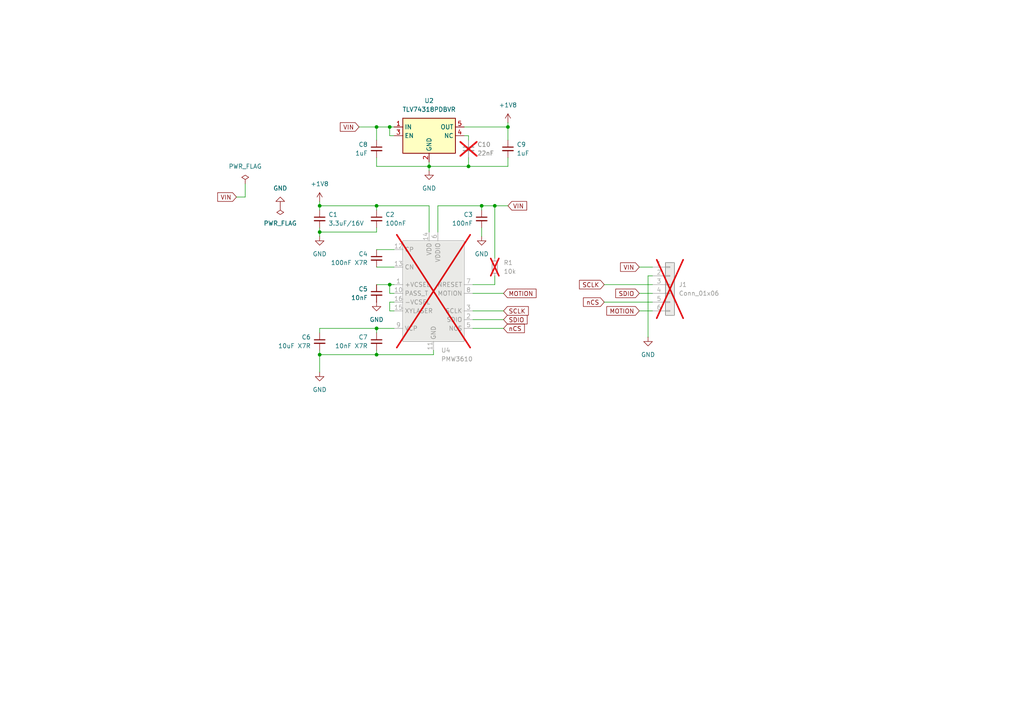
<source format=kicad_sch>
(kicad_sch
	(version 20231120)
	(generator "eeschema")
	(generator_version "8.0")
	(uuid "0a24e726-7b2f-42a2-8e64-ccc5f26dfd32")
	(paper "A4")
	(title_block
		(title "PMW3610 PCB")
		(rev "1.0")
		(company "SideraKB")
		(comment 1 "Open Source Hardware, CERN-OHL-P v2")
		(comment 2 "PMW3610DM-SUDU laser mouse sensor breakout board")
	)
	(lib_symbols
		(symbol "+1V8_1"
			(power)
			(pin_numbers hide)
			(pin_names
				(offset 0) hide)
			(exclude_from_sim no)
			(in_bom yes)
			(on_board yes)
			(property "Reference" "#PWR"
				(at 0 -3.81 0)
				(effects
					(font
						(size 1.27 1.27)
					)
					(hide yes)
				)
			)
			(property "Value" "+1V8"
				(at 0 3.556 0)
				(effects
					(font
						(size 1.27 1.27)
					)
				)
			)
			(property "Footprint" ""
				(at 0 0 0)
				(effects
					(font
						(size 1.27 1.27)
					)
					(hide yes)
				)
			)
			(property "Datasheet" ""
				(at 0 0 0)
				(effects
					(font
						(size 1.27 1.27)
					)
					(hide yes)
				)
			)
			(property "Description" "Power symbol creates a global label with name \"+1V8\""
				(at 0 0 0)
				(effects
					(font
						(size 1.27 1.27)
					)
					(hide yes)
				)
			)
			(property "ki_keywords" "global power"
				(at 0 0 0)
				(effects
					(font
						(size 1.27 1.27)
					)
					(hide yes)
				)
			)
			(symbol "+1V8_1_0_1"
				(polyline
					(pts
						(xy -0.762 1.27) (xy 0 2.54)
					)
					(stroke
						(width 0)
						(type default)
					)
					(fill
						(type none)
					)
				)
				(polyline
					(pts
						(xy 0 0) (xy 0 2.54)
					)
					(stroke
						(width 0)
						(type default)
					)
					(fill
						(type none)
					)
				)
				(polyline
					(pts
						(xy 0 2.54) (xy 0.762 1.27)
					)
					(stroke
						(width 0)
						(type default)
					)
					(fill
						(type none)
					)
				)
			)
			(symbol "+1V8_1_1_1"
				(pin power_in line
					(at 0 0 90)
					(length 0)
					(name "~"
						(effects
							(font
								(size 1.27 1.27)
							)
						)
					)
					(number "1"
						(effects
							(font
								(size 1.27 1.27)
							)
						)
					)
				)
			)
		)
		(symbol "Connector_Generic:Conn_01x06"
			(pin_names
				(offset 1.016) hide)
			(exclude_from_sim no)
			(in_bom yes)
			(on_board yes)
			(property "Reference" "J"
				(at 0 7.62 0)
				(effects
					(font
						(size 1.27 1.27)
					)
				)
			)
			(property "Value" "Conn_01x06"
				(at 0 -10.16 0)
				(effects
					(font
						(size 1.27 1.27)
					)
				)
			)
			(property "Footprint" ""
				(at 0 0 0)
				(effects
					(font
						(size 1.27 1.27)
					)
					(hide yes)
				)
			)
			(property "Datasheet" "~"
				(at 0 0 0)
				(effects
					(font
						(size 1.27 1.27)
					)
					(hide yes)
				)
			)
			(property "Description" "Generic connector, single row, 01x06, script generated (kicad-library-utils/schlib/autogen/connector/)"
				(at 0 0 0)
				(effects
					(font
						(size 1.27 1.27)
					)
					(hide yes)
				)
			)
			(property "ki_keywords" "connector"
				(at 0 0 0)
				(effects
					(font
						(size 1.27 1.27)
					)
					(hide yes)
				)
			)
			(property "ki_fp_filters" "Connector*:*_1x??_*"
				(at 0 0 0)
				(effects
					(font
						(size 1.27 1.27)
					)
					(hide yes)
				)
			)
			(symbol "Conn_01x06_1_1"
				(rectangle
					(start -1.27 -7.493)
					(end 0 -7.747)
					(stroke
						(width 0.1524)
						(type default)
					)
					(fill
						(type none)
					)
				)
				(rectangle
					(start -1.27 -4.953)
					(end 0 -5.207)
					(stroke
						(width 0.1524)
						(type default)
					)
					(fill
						(type none)
					)
				)
				(rectangle
					(start -1.27 -2.413)
					(end 0 -2.667)
					(stroke
						(width 0.1524)
						(type default)
					)
					(fill
						(type none)
					)
				)
				(rectangle
					(start -1.27 0.127)
					(end 0 -0.127)
					(stroke
						(width 0.1524)
						(type default)
					)
					(fill
						(type none)
					)
				)
				(rectangle
					(start -1.27 2.667)
					(end 0 2.413)
					(stroke
						(width 0.1524)
						(type default)
					)
					(fill
						(type none)
					)
				)
				(rectangle
					(start -1.27 5.207)
					(end 0 4.953)
					(stroke
						(width 0.1524)
						(type default)
					)
					(fill
						(type none)
					)
				)
				(rectangle
					(start -1.27 6.35)
					(end 1.27 -8.89)
					(stroke
						(width 0.254)
						(type default)
					)
					(fill
						(type background)
					)
				)
				(pin passive line
					(at -5.08 5.08 0)
					(length 3.81)
					(name "Pin_1"
						(effects
							(font
								(size 1.27 1.27)
							)
						)
					)
					(number "1"
						(effects
							(font
								(size 1.27 1.27)
							)
						)
					)
				)
				(pin passive line
					(at -5.08 2.54 0)
					(length 3.81)
					(name "Pin_2"
						(effects
							(font
								(size 1.27 1.27)
							)
						)
					)
					(number "2"
						(effects
							(font
								(size 1.27 1.27)
							)
						)
					)
				)
				(pin passive line
					(at -5.08 0 0)
					(length 3.81)
					(name "Pin_3"
						(effects
							(font
								(size 1.27 1.27)
							)
						)
					)
					(number "3"
						(effects
							(font
								(size 1.27 1.27)
							)
						)
					)
				)
				(pin passive line
					(at -5.08 -2.54 0)
					(length 3.81)
					(name "Pin_4"
						(effects
							(font
								(size 1.27 1.27)
							)
						)
					)
					(number "4"
						(effects
							(font
								(size 1.27 1.27)
							)
						)
					)
				)
				(pin passive line
					(at -5.08 -5.08 0)
					(length 3.81)
					(name "Pin_5"
						(effects
							(font
								(size 1.27 1.27)
							)
						)
					)
					(number "5"
						(effects
							(font
								(size 1.27 1.27)
							)
						)
					)
				)
				(pin passive line
					(at -5.08 -7.62 0)
					(length 3.81)
					(name "Pin_6"
						(effects
							(font
								(size 1.27 1.27)
							)
						)
					)
					(number "6"
						(effects
							(font
								(size 1.27 1.27)
							)
						)
					)
				)
			)
		)
		(symbol "Device:C_Small"
			(pin_numbers hide)
			(pin_names
				(offset 0.254) hide)
			(exclude_from_sim no)
			(in_bom yes)
			(on_board yes)
			(property "Reference" "C"
				(at 0.254 1.778 0)
				(effects
					(font
						(size 1.27 1.27)
					)
					(justify left)
				)
			)
			(property "Value" "C_Small"
				(at 0.254 -2.032 0)
				(effects
					(font
						(size 1.27 1.27)
					)
					(justify left)
				)
			)
			(property "Footprint" ""
				(at 0 0 0)
				(effects
					(font
						(size 1.27 1.27)
					)
					(hide yes)
				)
			)
			(property "Datasheet" "~"
				(at 0 0 0)
				(effects
					(font
						(size 1.27 1.27)
					)
					(hide yes)
				)
			)
			(property "Description" "Unpolarized capacitor, small symbol"
				(at 0 0 0)
				(effects
					(font
						(size 1.27 1.27)
					)
					(hide yes)
				)
			)
			(property "ki_keywords" "capacitor cap"
				(at 0 0 0)
				(effects
					(font
						(size 1.27 1.27)
					)
					(hide yes)
				)
			)
			(property "ki_fp_filters" "C_*"
				(at 0 0 0)
				(effects
					(font
						(size 1.27 1.27)
					)
					(hide yes)
				)
			)
			(symbol "C_Small_0_1"
				(polyline
					(pts
						(xy -1.524 -0.508) (xy 1.524 -0.508)
					)
					(stroke
						(width 0.3302)
						(type default)
					)
					(fill
						(type none)
					)
				)
				(polyline
					(pts
						(xy -1.524 0.508) (xy 1.524 0.508)
					)
					(stroke
						(width 0.3048)
						(type default)
					)
					(fill
						(type none)
					)
				)
			)
			(symbol "C_Small_1_1"
				(pin passive line
					(at 0 2.54 270)
					(length 2.032)
					(name "~"
						(effects
							(font
								(size 1.27 1.27)
							)
						)
					)
					(number "1"
						(effects
							(font
								(size 1.27 1.27)
							)
						)
					)
				)
				(pin passive line
					(at 0 -2.54 90)
					(length 2.032)
					(name "~"
						(effects
							(font
								(size 1.27 1.27)
							)
						)
					)
					(number "2"
						(effects
							(font
								(size 1.27 1.27)
							)
						)
					)
				)
			)
		)
		(symbol "Device:R_Small"
			(pin_numbers hide)
			(pin_names
				(offset 0.254) hide)
			(exclude_from_sim no)
			(in_bom yes)
			(on_board yes)
			(property "Reference" "R"
				(at 0.762 0.508 0)
				(effects
					(font
						(size 1.27 1.27)
					)
					(justify left)
				)
			)
			(property "Value" "R_Small"
				(at 0.762 -1.016 0)
				(effects
					(font
						(size 1.27 1.27)
					)
					(justify left)
				)
			)
			(property "Footprint" ""
				(at 0 0 0)
				(effects
					(font
						(size 1.27 1.27)
					)
					(hide yes)
				)
			)
			(property "Datasheet" "~"
				(at 0 0 0)
				(effects
					(font
						(size 1.27 1.27)
					)
					(hide yes)
				)
			)
			(property "Description" "Resistor, small symbol"
				(at 0 0 0)
				(effects
					(font
						(size 1.27 1.27)
					)
					(hide yes)
				)
			)
			(property "ki_keywords" "R resistor"
				(at 0 0 0)
				(effects
					(font
						(size 1.27 1.27)
					)
					(hide yes)
				)
			)
			(property "ki_fp_filters" "R_*"
				(at 0 0 0)
				(effects
					(font
						(size 1.27 1.27)
					)
					(hide yes)
				)
			)
			(symbol "R_Small_0_1"
				(rectangle
					(start -0.762 1.778)
					(end 0.762 -1.778)
					(stroke
						(width 0.2032)
						(type default)
					)
					(fill
						(type none)
					)
				)
			)
			(symbol "R_Small_1_1"
				(pin passive line
					(at 0 2.54 270)
					(length 0.762)
					(name "~"
						(effects
							(font
								(size 1.27 1.27)
							)
						)
					)
					(number "1"
						(effects
							(font
								(size 1.27 1.27)
							)
						)
					)
				)
				(pin passive line
					(at 0 -2.54 90)
					(length 0.762)
					(name "~"
						(effects
							(font
								(size 1.27 1.27)
							)
						)
					)
					(number "2"
						(effects
							(font
								(size 1.27 1.27)
							)
						)
					)
				)
			)
		)
		(symbol "GND_1"
			(power)
			(pin_numbers hide)
			(pin_names
				(offset 0) hide)
			(exclude_from_sim no)
			(in_bom yes)
			(on_board yes)
			(property "Reference" "#PWR"
				(at 0 -6.35 0)
				(effects
					(font
						(size 1.27 1.27)
					)
					(hide yes)
				)
			)
			(property "Value" "GND"
				(at 0 -3.81 0)
				(effects
					(font
						(size 1.27 1.27)
					)
				)
			)
			(property "Footprint" ""
				(at 0 0 0)
				(effects
					(font
						(size 1.27 1.27)
					)
					(hide yes)
				)
			)
			(property "Datasheet" ""
				(at 0 0 0)
				(effects
					(font
						(size 1.27 1.27)
					)
					(hide yes)
				)
			)
			(property "Description" "Power symbol creates a global label with name \"GND\" , ground"
				(at 0 0 0)
				(effects
					(font
						(size 1.27 1.27)
					)
					(hide yes)
				)
			)
			(property "ki_keywords" "global power"
				(at 0 0 0)
				(effects
					(font
						(size 1.27 1.27)
					)
					(hide yes)
				)
			)
			(symbol "GND_1_0_1"
				(polyline
					(pts
						(xy 0 0) (xy 0 -1.27) (xy 1.27 -1.27) (xy 0 -2.54) (xy -1.27 -1.27) (xy 0 -1.27)
					)
					(stroke
						(width 0)
						(type default)
					)
					(fill
						(type none)
					)
				)
			)
			(symbol "GND_1_1_1"
				(pin power_in line
					(at 0 0 270)
					(length 0)
					(name "~"
						(effects
							(font
								(size 1.27 1.27)
							)
						)
					)
					(number "1"
						(effects
							(font
								(size 1.27 1.27)
							)
						)
					)
				)
			)
		)
		(symbol "pmw3610_pcb:PMW3610DM-SUDU"
			(exclude_from_sim no)
			(in_bom yes)
			(on_board yes)
			(property "Reference" "U?"
				(at 7.62 -15.24 0)
				(effects
					(font
						(size 1.27 1.27)
					)
				)
			)
			(property "Value" "PMW3610"
				(at 10.16 -17.78 0)
				(effects
					(font
						(size 1.27 1.27)
					)
				)
			)
			(property "Footprint" "pmw3610_pcb:PMW3610DM-SUDU 16Pin"
				(at 0 -13.97 0)
				(effects
					(font
						(size 1.27 1.27)
					)
					(hide yes)
				)
			)
			(property "Datasheet" ""
				(at -5.08 -20.32 0)
				(effects
					(font
						(size 1.27 1.27)
					)
					(hide yes)
				)
			)
			(property "Description" "Optical mouse sensor"
				(at 0 0 0)
				(effects
					(font
						(size 1.27 1.27)
					)
					(hide yes)
				)
			)
			(property "ki_keywords" "PMW3610"
				(at 0 0 0)
				(effects
					(font
						(size 1.27 1.27)
					)
					(hide yes)
				)
			)
			(symbol "PMW3610DM-SUDU_0_1"
				(rectangle
					(start -8.89 15.24)
					(end 8.89 -13.97)
					(stroke
						(width 0)
						(type default)
					)
					(fill
						(type background)
					)
				)
			)
			(symbol "PMW3610DM-SUDU_1_1"
				(pin input line
					(at -11.43 2.54 0)
					(length 2.54)
					(name "+VCSEL"
						(effects
							(font
								(size 1.27 1.27)
							)
						)
					)
					(number "1"
						(effects
							(font
								(size 1.27 1.27)
							)
						)
					)
				)
				(pin power_in line
					(at -11.43 0 0)
					(length 2.54)
					(name "PASS_T"
						(effects
							(font
								(size 1.27 1.27)
							)
						)
					)
					(number "10"
						(effects
							(font
								(size 1.27 1.27)
							)
						)
					)
				)
				(pin power_in line
					(at 0 -16.51 90)
					(length 2.54)
					(name "GND"
						(effects
							(font
								(size 1.27 1.27)
							)
						)
					)
					(number "11"
						(effects
							(font
								(size 1.27 1.27)
							)
						)
					)
				)
				(pin power_in line
					(at -11.43 12.7 0)
					(length 2.54)
					(name "CP"
						(effects
							(font
								(size 1.27 1.27)
							)
						)
					)
					(number "12"
						(effects
							(font
								(size 1.27 1.27)
							)
						)
					)
				)
				(pin power_in line
					(at -11.43 7.62 0)
					(length 2.54)
					(name "CN"
						(effects
							(font
								(size 1.27 1.27)
							)
						)
					)
					(number "13"
						(effects
							(font
								(size 1.27 1.27)
							)
						)
					)
				)
				(pin power_in line
					(at -1.27 17.78 270)
					(length 2.54)
					(name "VDD"
						(effects
							(font
								(size 1.27 1.27)
							)
						)
					)
					(number "14"
						(effects
							(font
								(size 1.27 1.27)
							)
						)
					)
				)
				(pin input line
					(at -11.43 -5.08 0)
					(length 2.54)
					(name "XYLASER"
						(effects
							(font
								(size 1.27 1.27)
							)
						)
					)
					(number "15"
						(effects
							(font
								(size 1.27 1.27)
							)
						)
					)
				)
				(pin input line
					(at -11.43 -2.54 0)
					(length 2.54)
					(name "-VCSEL"
						(effects
							(font
								(size 1.27 1.27)
							)
						)
					)
					(number "16"
						(effects
							(font
								(size 1.27 1.27)
							)
						)
					)
				)
				(pin bidirectional line
					(at 11.43 -7.62 180)
					(length 2.54)
					(name "SDIO"
						(effects
							(font
								(size 1.27 1.27)
							)
						)
					)
					(number "2"
						(effects
							(font
								(size 1.27 1.27)
							)
						)
					)
				)
				(pin input line
					(at 11.43 -5.08 180)
					(length 2.54)
					(name "SCLK"
						(effects
							(font
								(size 1.27 1.27)
							)
						)
					)
					(number "3"
						(effects
							(font
								(size 1.27 1.27)
							)
						)
					)
				)
				(pin no_connect line
					(at 2.54 -13.97 270)
					(length 2.54) hide
					(name "NC"
						(effects
							(font
								(size 1.27 1.27)
							)
						)
					)
					(number "4"
						(effects
							(font
								(size 1.27 1.27)
							)
						)
					)
				)
				(pin input line
					(at 11.43 -10.16 180)
					(length 2.54)
					(name "NCS"
						(effects
							(font
								(size 1.27 1.27)
							)
						)
					)
					(number "5"
						(effects
							(font
								(size 1.27 1.27)
							)
						)
					)
				)
				(pin power_in line
					(at 1.27 17.78 270)
					(length 2.54)
					(name "VDDIO"
						(effects
							(font
								(size 1.27 1.27)
							)
						)
					)
					(number "6"
						(effects
							(font
								(size 1.27 1.27)
							)
						)
					)
				)
				(pin input line
					(at 11.43 2.54 180)
					(length 2.54)
					(name "NRESET"
						(effects
							(font
								(size 1.27 1.27)
							)
						)
					)
					(number "7"
						(effects
							(font
								(size 1.27 1.27)
							)
						)
					)
				)
				(pin output line
					(at 11.43 0 180)
					(length 2.54)
					(name "MOTION"
						(effects
							(font
								(size 1.27 1.27)
							)
						)
					)
					(number "8"
						(effects
							(font
								(size 1.27 1.27)
							)
						)
					)
				)
				(pin power_in line
					(at -11.43 -10.16 0)
					(length 2.54)
					(name "VCP"
						(effects
							(font
								(size 1.27 1.27)
							)
						)
					)
					(number "9"
						(effects
							(font
								(size 1.27 1.27)
							)
						)
					)
				)
			)
		)
		(symbol "pmw3610_pcb:TLV74318PDBVR"
			(exclude_from_sim no)
			(in_bom yes)
			(on_board yes)
			(property "Reference" "U"
				(at 0 8.89 0)
				(effects
					(font
						(size 1.27 1.27)
					)
				)
			)
			(property "Value" "TLV74318PDBVR"
				(at 0 6.35 0)
				(effects
					(font
						(size 1.27 1.27)
					)
				)
			)
			(property "Footprint" "Package_TO_SOT_SMD:SOT-23-5"
				(at 0 6.35 0)
				(effects
					(font
						(size 1.27 1.27)
					)
					(hide yes)
				)
			)
			(property "Datasheet" ""
				(at 0 0 0)
				(effects
					(font
						(size 1.27 1.27)
					)
					(hide yes)
				)
			)
			(property "Description" "LDO Voltage Regulators 300-mA low-IQ low-dropout (LDO) voltage regulator with enable 5-SOT-23 -40 to 125"
				(at 0 0 0)
				(effects
					(font
						(size 1.27 1.27)
					)
					(hide yes)
				)
			)
			(symbol "TLV74318PDBVR_0_1"
				(rectangle
					(start -7.62 5.08)
					(end 7.62 -5.08)
					(stroke
						(width 0.254)
						(type default)
					)
					(fill
						(type background)
					)
				)
			)
			(symbol "TLV74318PDBVR_1_1"
				(pin power_in line
					(at -10.16 2.54 0)
					(length 2.54)
					(name "IN"
						(effects
							(font
								(size 1.27 1.27)
							)
						)
					)
					(number "1"
						(effects
							(font
								(size 1.27 1.27)
							)
						)
					)
				)
				(pin power_in line
					(at 0 -7.62 90)
					(length 2.54)
					(name "GND"
						(effects
							(font
								(size 1.27 1.27)
							)
						)
					)
					(number "2"
						(effects
							(font
								(size 1.27 1.27)
							)
						)
					)
				)
				(pin input line
					(at -10.16 0 0)
					(length 2.54)
					(name "EN"
						(effects
							(font
								(size 1.27 1.27)
							)
						)
					)
					(number "3"
						(effects
							(font
								(size 1.27 1.27)
							)
						)
					)
				)
				(pin output line
					(at 10.16 0 180)
					(length 2.54)
					(name "NC"
						(effects
							(font
								(size 1.27 1.27)
							)
						)
					)
					(number "4"
						(effects
							(font
								(size 1.27 1.27)
							)
						)
					)
				)
				(pin power_out line
					(at 10.16 2.54 180)
					(length 2.54)
					(name "OUT"
						(effects
							(font
								(size 1.27 1.27)
							)
						)
					)
					(number "5"
						(effects
							(font
								(size 1.27 1.27)
							)
						)
					)
				)
			)
		)
		(symbol "power:GND"
			(power)
			(pin_numbers hide)
			(pin_names
				(offset 0) hide)
			(exclude_from_sim no)
			(in_bom yes)
			(on_board yes)
			(property "Reference" "#PWR"
				(at 0 -6.35 0)
				(effects
					(font
						(size 1.27 1.27)
					)
					(hide yes)
				)
			)
			(property "Value" "GND"
				(at 0 -3.81 0)
				(effects
					(font
						(size 1.27 1.27)
					)
				)
			)
			(property "Footprint" ""
				(at 0 0 0)
				(effects
					(font
						(size 1.27 1.27)
					)
					(hide yes)
				)
			)
			(property "Datasheet" ""
				(at 0 0 0)
				(effects
					(font
						(size 1.27 1.27)
					)
					(hide yes)
				)
			)
			(property "Description" "Power symbol creates a global label with name \"GND\" , ground"
				(at 0 0 0)
				(effects
					(font
						(size 1.27 1.27)
					)
					(hide yes)
				)
			)
			(property "ki_keywords" "global power"
				(at 0 0 0)
				(effects
					(font
						(size 1.27 1.27)
					)
					(hide yes)
				)
			)
			(symbol "GND_0_1"
				(polyline
					(pts
						(xy 0 0) (xy 0 -1.27) (xy 1.27 -1.27) (xy 0 -2.54) (xy -1.27 -1.27) (xy 0 -1.27)
					)
					(stroke
						(width 0)
						(type default)
					)
					(fill
						(type none)
					)
				)
			)
			(symbol "GND_1_1"
				(pin power_in line
					(at 0 0 270)
					(length 0)
					(name "~"
						(effects
							(font
								(size 1.27 1.27)
							)
						)
					)
					(number "1"
						(effects
							(font
								(size 1.27 1.27)
							)
						)
					)
				)
			)
		)
		(symbol "power:PWR_FLAG"
			(power)
			(pin_numbers hide)
			(pin_names
				(offset 0) hide)
			(exclude_from_sim no)
			(in_bom yes)
			(on_board yes)
			(property "Reference" "#FLG"
				(at 0 1.905 0)
				(effects
					(font
						(size 1.27 1.27)
					)
					(hide yes)
				)
			)
			(property "Value" "PWR_FLAG"
				(at 0 3.81 0)
				(effects
					(font
						(size 1.27 1.27)
					)
				)
			)
			(property "Footprint" ""
				(at 0 0 0)
				(effects
					(font
						(size 1.27 1.27)
					)
					(hide yes)
				)
			)
			(property "Datasheet" "~"
				(at 0 0 0)
				(effects
					(font
						(size 1.27 1.27)
					)
					(hide yes)
				)
			)
			(property "Description" "Special symbol for telling ERC where power comes from"
				(at 0 0 0)
				(effects
					(font
						(size 1.27 1.27)
					)
					(hide yes)
				)
			)
			(property "ki_keywords" "flag power"
				(at 0 0 0)
				(effects
					(font
						(size 1.27 1.27)
					)
					(hide yes)
				)
			)
			(symbol "PWR_FLAG_0_0"
				(pin power_out line
					(at 0 0 90)
					(length 0)
					(name "~"
						(effects
							(font
								(size 1.27 1.27)
							)
						)
					)
					(number "1"
						(effects
							(font
								(size 1.27 1.27)
							)
						)
					)
				)
			)
			(symbol "PWR_FLAG_0_1"
				(polyline
					(pts
						(xy 0 0) (xy 0 1.27) (xy -1.016 1.905) (xy 0 2.54) (xy 1.016 1.905) (xy 0 1.27)
					)
					(stroke
						(width 0)
						(type default)
					)
					(fill
						(type none)
					)
				)
			)
		)
	)
	(junction
		(at 143.51 59.69)
		(diameter 0)
		(color 0 0 0 0)
		(uuid "08690c69-c287-4155-8143-29a807f89984")
	)
	(junction
		(at 124.46 48.26)
		(diameter 0)
		(color 0 0 0 0)
		(uuid "0df98810-7f1d-42da-ac4e-d986be55d84c")
	)
	(junction
		(at 147.32 36.83)
		(diameter 0)
		(color 0 0 0 0)
		(uuid "1b5f8d5e-fc29-42d1-b12c-5e422e28f013")
	)
	(junction
		(at 109.22 59.69)
		(diameter 0)
		(color 0 0 0 0)
		(uuid "21179e0d-c985-4c6b-a3f6-57b95117c2b7")
	)
	(junction
		(at 92.71 67.31)
		(diameter 0)
		(color 0 0 0 0)
		(uuid "27ea061d-69fa-4ebd-bf62-d69a2e3dee00")
	)
	(junction
		(at 109.22 36.83)
		(diameter 0)
		(color 0 0 0 0)
		(uuid "2ffb65bf-8ddf-4e29-993b-5192bb23559e")
	)
	(junction
		(at 139.7 59.69)
		(diameter 0)
		(color 0 0 0 0)
		(uuid "40a9bae1-2610-49a3-9730-0d52ec17c412")
	)
	(junction
		(at 135.89 48.26)
		(diameter 0)
		(color 0 0 0 0)
		(uuid "462ac658-2ca1-4a69-b515-45a542757249")
	)
	(junction
		(at 92.71 59.69)
		(diameter 0)
		(color 0 0 0 0)
		(uuid "4956cd88-6830-443a-8d47-180a33a9b224")
	)
	(junction
		(at 109.22 102.87)
		(diameter 0)
		(color 0 0 0 0)
		(uuid "9098d3e4-3a20-4dd5-8558-b941ac3b0d31")
	)
	(junction
		(at 109.22 95.25)
		(diameter 0)
		(color 0 0 0 0)
		(uuid "9ecad176-90e3-450f-b37e-9497b0860f35")
	)
	(junction
		(at 113.03 36.83)
		(diameter 0)
		(color 0 0 0 0)
		(uuid "cf90fb95-f99a-4de7-abf1-6395987ef301")
	)
	(junction
		(at 113.03 82.55)
		(diameter 0)
		(color 0 0 0 0)
		(uuid "d65fe867-1670-4885-bd95-8e16a21ef2c4")
	)
	(junction
		(at 92.71 102.87)
		(diameter 0)
		(color 0 0 0 0)
		(uuid "ffccca60-1046-48cb-a8a7-fa5ac4903a1b")
	)
	(wire
		(pts
			(xy 109.22 72.39) (xy 114.3 72.39)
		)
		(stroke
			(width 0)
			(type default)
		)
		(uuid "08e329a1-9a73-4a8f-8681-a855b8a3972d")
	)
	(wire
		(pts
			(xy 113.03 82.55) (xy 114.3 82.55)
		)
		(stroke
			(width 0)
			(type default)
		)
		(uuid "0b47e92b-3b79-4945-9e5f-abed50dfadc0")
	)
	(wire
		(pts
			(xy 124.46 46.99) (xy 124.46 48.26)
		)
		(stroke
			(width 0)
			(type default)
		)
		(uuid "0dac78dd-8a54-489c-a395-d7e48f5395b0")
	)
	(wire
		(pts
			(xy 109.22 102.87) (xy 125.73 102.87)
		)
		(stroke
			(width 0)
			(type default)
		)
		(uuid "120e225a-9630-44e2-9486-18d82f87754c")
	)
	(wire
		(pts
			(xy 92.71 59.69) (xy 92.71 60.96)
		)
		(stroke
			(width 0)
			(type default)
		)
		(uuid "1582f56f-8794-4f3a-96c6-43b21f3c79a7")
	)
	(wire
		(pts
			(xy 124.46 48.26) (xy 135.89 48.26)
		)
		(stroke
			(width 0)
			(type default)
		)
		(uuid "18d29dde-cea1-4b2a-9ec4-d7622d2c258b")
	)
	(wire
		(pts
			(xy 135.89 45.72) (xy 135.89 48.26)
		)
		(stroke
			(width 0)
			(type default)
		)
		(uuid "2ae6cc83-ef0b-4710-99e4-7c3eba1625a2")
	)
	(wire
		(pts
			(xy 147.32 35.56) (xy 147.32 36.83)
		)
		(stroke
			(width 0)
			(type default)
		)
		(uuid "2f63ba1d-a333-4ec5-920f-25b16e03bc42")
	)
	(wire
		(pts
			(xy 113.03 90.17) (xy 113.03 87.63)
		)
		(stroke
			(width 0)
			(type default)
		)
		(uuid "31729f2a-c766-4360-94e9-6a33007e3716")
	)
	(wire
		(pts
			(xy 137.16 85.09) (xy 146.05 85.09)
		)
		(stroke
			(width 0)
			(type default)
		)
		(uuid "36b4d919-b1ce-4633-a833-5e3e19069cbc")
	)
	(wire
		(pts
			(xy 68.58 57.15) (xy 71.12 57.15)
		)
		(stroke
			(width 0)
			(type default)
		)
		(uuid "3a8f6092-258f-4265-9a2a-60d9c87cda7b")
	)
	(wire
		(pts
			(xy 139.7 66.04) (xy 139.7 68.58)
		)
		(stroke
			(width 0)
			(type default)
		)
		(uuid "426c8fe9-d13f-45a6-a9d3-59236bc33e5e")
	)
	(wire
		(pts
			(xy 113.03 87.63) (xy 114.3 87.63)
		)
		(stroke
			(width 0)
			(type default)
		)
		(uuid "428ea9f9-f780-484a-a06a-90b6c9b7dd87")
	)
	(wire
		(pts
			(xy 124.46 59.69) (xy 124.46 67.31)
		)
		(stroke
			(width 0)
			(type default)
		)
		(uuid "4460efb9-a28b-4ba3-b2c7-9ee61dc38043")
	)
	(wire
		(pts
			(xy 124.46 48.26) (xy 124.46 49.53)
		)
		(stroke
			(width 0)
			(type default)
		)
		(uuid "4464e707-2217-41d9-acd8-1df23e7c3132")
	)
	(wire
		(pts
			(xy 139.7 59.69) (xy 139.7 60.96)
		)
		(stroke
			(width 0)
			(type default)
		)
		(uuid "44f10782-6b95-457b-a422-e86804e5953d")
	)
	(wire
		(pts
			(xy 185.42 85.09) (xy 189.23 85.09)
		)
		(stroke
			(width 0)
			(type default)
		)
		(uuid "48c35994-e7de-4454-ac9c-7b1a8ce6c872")
	)
	(wire
		(pts
			(xy 109.22 45.72) (xy 109.22 48.26)
		)
		(stroke
			(width 0)
			(type default)
		)
		(uuid "49d08255-55f0-4832-a314-52222f419a5b")
	)
	(wire
		(pts
			(xy 92.71 96.52) (xy 92.71 95.25)
		)
		(stroke
			(width 0)
			(type default)
		)
		(uuid "4cdc68a8-7fa7-421e-b290-a5062fb2539e")
	)
	(wire
		(pts
			(xy 187.96 97.79) (xy 187.96 80.01)
		)
		(stroke
			(width 0)
			(type default)
		)
		(uuid "51c11422-394b-40b1-b4af-6e57bffcd320")
	)
	(wire
		(pts
			(xy 104.14 36.83) (xy 109.22 36.83)
		)
		(stroke
			(width 0)
			(type default)
		)
		(uuid "51fcc499-c897-464e-ad32-f1774d207f85")
	)
	(wire
		(pts
			(xy 109.22 48.26) (xy 124.46 48.26)
		)
		(stroke
			(width 0)
			(type default)
		)
		(uuid "52a693db-dca1-4d01-a84c-3fb4d0e20a0d")
	)
	(wire
		(pts
			(xy 137.16 82.55) (xy 143.51 82.55)
		)
		(stroke
			(width 0)
			(type default)
		)
		(uuid "5768156b-18d8-4373-9c50-a71c577a716a")
	)
	(wire
		(pts
			(xy 92.71 67.31) (xy 92.71 66.04)
		)
		(stroke
			(width 0)
			(type default)
		)
		(uuid "58cc6fff-4481-4d48-a8f7-684d2aec2553")
	)
	(wire
		(pts
			(xy 139.7 59.69) (xy 143.51 59.69)
		)
		(stroke
			(width 0)
			(type default)
		)
		(uuid "5b037d18-1bae-43c2-bd35-8eb2196d50d5")
	)
	(wire
		(pts
			(xy 113.03 36.83) (xy 109.22 36.83)
		)
		(stroke
			(width 0)
			(type default)
		)
		(uuid "5d5a595f-bfbb-458b-9ac4-d10dd77a3a9f")
	)
	(wire
		(pts
			(xy 109.22 59.69) (xy 124.46 59.69)
		)
		(stroke
			(width 0)
			(type default)
		)
		(uuid "5e4a3db9-547e-4601-818b-600da657466b")
	)
	(wire
		(pts
			(xy 127 59.69) (xy 127 67.31)
		)
		(stroke
			(width 0)
			(type default)
		)
		(uuid "6263dac9-49b8-443a-8c7f-7ea70b36335b")
	)
	(wire
		(pts
			(xy 114.3 90.17) (xy 113.03 90.17)
		)
		(stroke
			(width 0)
			(type default)
		)
		(uuid "63309acf-0578-4371-b9e3-89c032fddf80")
	)
	(wire
		(pts
			(xy 146.05 92.71) (xy 137.16 92.71)
		)
		(stroke
			(width 0)
			(type default)
		)
		(uuid "6561ba3a-30dd-472d-befb-e92500b357c1")
	)
	(wire
		(pts
			(xy 92.71 107.95) (xy 92.71 102.87)
		)
		(stroke
			(width 0)
			(type default)
		)
		(uuid "6da48f86-37d4-4b27-a07a-0cd1a46b8815")
	)
	(wire
		(pts
			(xy 175.26 87.63) (xy 189.23 87.63)
		)
		(stroke
			(width 0)
			(type default)
		)
		(uuid "70b26739-9d91-49b8-be53-fd3826261110")
	)
	(wire
		(pts
			(xy 125.73 101.6) (xy 125.73 102.87)
		)
		(stroke
			(width 0)
			(type default)
		)
		(uuid "7902289d-523c-4e9b-88e8-685386e6690b")
	)
	(wire
		(pts
			(xy 143.51 59.69) (xy 147.32 59.69)
		)
		(stroke
			(width 0)
			(type default)
		)
		(uuid "7c24ac67-4b15-449c-934c-fbce5bc2be1e")
	)
	(wire
		(pts
			(xy 92.71 95.25) (xy 109.22 95.25)
		)
		(stroke
			(width 0)
			(type default)
		)
		(uuid "7d41d06c-e681-4d23-b48f-e755d1f207ba")
	)
	(wire
		(pts
			(xy 175.26 82.55) (xy 189.23 82.55)
		)
		(stroke
			(width 0)
			(type default)
		)
		(uuid "7d9b27dd-18b5-4046-b69b-af324c136331")
	)
	(wire
		(pts
			(xy 92.71 102.87) (xy 109.22 102.87)
		)
		(stroke
			(width 0)
			(type default)
		)
		(uuid "7f2322e8-43ae-47dc-ac77-4a942f43aed5")
	)
	(wire
		(pts
			(xy 109.22 59.69) (xy 109.22 60.96)
		)
		(stroke
			(width 0)
			(type default)
		)
		(uuid "81ce4a45-9898-4406-9d3b-bb366bcbfd39")
	)
	(wire
		(pts
			(xy 146.05 95.25) (xy 137.16 95.25)
		)
		(stroke
			(width 0)
			(type default)
		)
		(uuid "81d63d15-2fb1-4553-85a4-a6053d3e724b")
	)
	(wire
		(pts
			(xy 92.71 58.42) (xy 92.71 59.69)
		)
		(stroke
			(width 0)
			(type default)
		)
		(uuid "81f0b0fb-1e43-4ee7-9a99-b6a854893107")
	)
	(wire
		(pts
			(xy 185.42 77.47) (xy 189.23 77.47)
		)
		(stroke
			(width 0)
			(type default)
		)
		(uuid "840c8855-87e7-491a-9672-cf5edd477e53")
	)
	(wire
		(pts
			(xy 147.32 40.64) (xy 147.32 36.83)
		)
		(stroke
			(width 0)
			(type default)
		)
		(uuid "8dd4497b-b93d-4c22-aeab-cd6687fde7cc")
	)
	(wire
		(pts
			(xy 135.89 48.26) (xy 147.32 48.26)
		)
		(stroke
			(width 0)
			(type default)
		)
		(uuid "986e8be7-decb-4f69-ab04-e7c7e9a33d70")
	)
	(wire
		(pts
			(xy 113.03 85.09) (xy 113.03 82.55)
		)
		(stroke
			(width 0)
			(type default)
		)
		(uuid "9b32f3cf-d3b5-4963-aa59-b4a21115a084")
	)
	(wire
		(pts
			(xy 114.3 85.09) (xy 113.03 85.09)
		)
		(stroke
			(width 0)
			(type default)
		)
		(uuid "a320d419-7afd-4b0f-96f3-e0569fc2b1ac")
	)
	(wire
		(pts
			(xy 109.22 102.87) (xy 109.22 101.6)
		)
		(stroke
			(width 0)
			(type default)
		)
		(uuid "a6157d8f-2182-417c-9eb1-bb3b6bd2deda")
	)
	(wire
		(pts
			(xy 185.42 90.17) (xy 189.23 90.17)
		)
		(stroke
			(width 0)
			(type default)
		)
		(uuid "a7145b07-380a-4b9b-896d-8579c4f48b80")
	)
	(wire
		(pts
			(xy 114.3 39.37) (xy 113.03 39.37)
		)
		(stroke
			(width 0)
			(type default)
		)
		(uuid "a8f984c4-8ad2-418a-94ee-370e7bc134bc")
	)
	(wire
		(pts
			(xy 92.71 68.58) (xy 92.71 67.31)
		)
		(stroke
			(width 0)
			(type default)
		)
		(uuid "adbe75d9-e323-44b2-afc7-036487617726")
	)
	(wire
		(pts
			(xy 92.71 102.87) (xy 92.71 101.6)
		)
		(stroke
			(width 0)
			(type default)
		)
		(uuid "af88e4fc-7b44-4a0e-b207-ec68e5b005ba")
	)
	(wire
		(pts
			(xy 109.22 96.52) (xy 109.22 95.25)
		)
		(stroke
			(width 0)
			(type default)
		)
		(uuid "b07046a4-61f4-4dba-b4c5-fda1e8dcca90")
	)
	(wire
		(pts
			(xy 135.89 39.37) (xy 134.62 39.37)
		)
		(stroke
			(width 0)
			(type default)
		)
		(uuid "b50ff695-6c4d-44a4-a048-93862a333d89")
	)
	(wire
		(pts
			(xy 187.96 80.01) (xy 189.23 80.01)
		)
		(stroke
			(width 0)
			(type default)
		)
		(uuid "bd95f6f7-b85d-41d4-8f68-410b060607f4")
	)
	(wire
		(pts
			(xy 109.22 36.83) (xy 109.22 40.64)
		)
		(stroke
			(width 0)
			(type default)
		)
		(uuid "bde93fdb-7290-45f4-94f6-31bb4b466296")
	)
	(wire
		(pts
			(xy 92.71 59.69) (xy 109.22 59.69)
		)
		(stroke
			(width 0)
			(type default)
		)
		(uuid "c43aa6d1-faca-4270-b42f-f85e31717588")
	)
	(wire
		(pts
			(xy 71.12 57.15) (xy 71.12 53.34)
		)
		(stroke
			(width 0)
			(type default)
		)
		(uuid "c81555e0-bd7e-459a-877d-cd15df2e866d")
	)
	(wire
		(pts
			(xy 92.71 67.31) (xy 109.22 67.31)
		)
		(stroke
			(width 0)
			(type default)
		)
		(uuid "d2664e1c-997e-4ed5-83a6-4d560824963c")
	)
	(wire
		(pts
			(xy 146.05 90.17) (xy 137.16 90.17)
		)
		(stroke
			(width 0)
			(type default)
		)
		(uuid "db349c95-7a8f-4168-b317-cbc53aefddef")
	)
	(wire
		(pts
			(xy 109.22 77.47) (xy 114.3 77.47)
		)
		(stroke
			(width 0)
			(type default)
		)
		(uuid "dc72ef12-9742-4880-bb8d-d912d8763556")
	)
	(wire
		(pts
			(xy 135.89 40.64) (xy 135.89 39.37)
		)
		(stroke
			(width 0)
			(type default)
		)
		(uuid "dc7c6c5a-7270-4ad5-8f76-e3e5ff4746d8")
	)
	(wire
		(pts
			(xy 127 59.69) (xy 139.7 59.69)
		)
		(stroke
			(width 0)
			(type default)
		)
		(uuid "df347789-3f25-4636-bb72-89c55ce32e8f")
	)
	(wire
		(pts
			(xy 109.22 67.31) (xy 109.22 66.04)
		)
		(stroke
			(width 0)
			(type default)
		)
		(uuid "df529e0f-cc26-4bfc-9e7b-7b9a7b593ba9")
	)
	(wire
		(pts
			(xy 143.51 82.55) (xy 143.51 80.01)
		)
		(stroke
			(width 0)
			(type default)
		)
		(uuid "e20d536f-95e2-4169-9a44-a3d838f06bba")
	)
	(wire
		(pts
			(xy 143.51 59.69) (xy 143.51 74.93)
		)
		(stroke
			(width 0)
			(type default)
		)
		(uuid "e93f1840-8a52-46cd-b300-8e1c5cf04947")
	)
	(wire
		(pts
			(xy 114.3 36.83) (xy 113.03 36.83)
		)
		(stroke
			(width 0)
			(type default)
		)
		(uuid "ea5ffcd7-623a-43b2-9fc3-1ed0ed18cffa")
	)
	(wire
		(pts
			(xy 109.22 82.55) (xy 113.03 82.55)
		)
		(stroke
			(width 0)
			(type default)
		)
		(uuid "ee02f208-ec07-4ee4-b173-720a60536a84")
	)
	(wire
		(pts
			(xy 109.22 95.25) (xy 114.3 95.25)
		)
		(stroke
			(width 0)
			(type default)
		)
		(uuid "eee82a38-eef5-474c-8062-8422e5b50308")
	)
	(wire
		(pts
			(xy 134.62 36.83) (xy 147.32 36.83)
		)
		(stroke
			(width 0)
			(type default)
		)
		(uuid "f0fc858b-6e65-4709-9ff2-cdefed855e63")
	)
	(wire
		(pts
			(xy 113.03 36.83) (xy 113.03 39.37)
		)
		(stroke
			(width 0)
			(type default)
		)
		(uuid "f6bc5f22-7fb6-4dd1-97fe-1233c0c448c4")
	)
	(wire
		(pts
			(xy 147.32 45.72) (xy 147.32 48.26)
		)
		(stroke
			(width 0)
			(type default)
		)
		(uuid "f7282bd0-43cb-4acf-8d22-6948e8872554")
	)
	(global_label "MOTION"
		(shape input)
		(at 146.05 85.09 0)
		(fields_autoplaced yes)
		(effects
			(font
				(size 1.27 1.27)
			)
			(justify left)
		)
		(uuid "19cab648-b20a-414a-b0f0-b1a80c094ac1")
		(property "Intersheetrefs" "${INTERSHEET_REFS}"
			(at 156.0505 85.09 0)
			(effects
				(font
					(size 1.27 1.27)
				)
				(justify left)
				(hide yes)
			)
		)
	)
	(global_label "VIN"
		(shape input)
		(at 147.32 59.69 0)
		(fields_autoplaced yes)
		(effects
			(font
				(size 1.27 1.27)
			)
			(justify left)
		)
		(uuid "67f0cd46-27f3-4897-8111-9aee4df0ae13")
		(property "Intersheetrefs" "${INTERSHEET_REFS}"
			(at 153.3291 59.69 0)
			(effects
				(font
					(size 1.27 1.27)
				)
				(justify left)
				(hide yes)
			)
		)
	)
	(global_label "SCLK"
		(shape input)
		(at 146.05 90.17 0)
		(fields_autoplaced yes)
		(effects
			(font
				(size 1.27 1.27)
			)
			(justify left)
		)
		(uuid "6e331ed8-701c-4319-912a-b2932a730c0b")
		(property "Intersheetrefs" "${INTERSHEET_REFS}"
			(at 153.8128 90.17 0)
			(effects
				(font
					(size 1.27 1.27)
				)
				(justify left)
				(hide yes)
			)
		)
	)
	(global_label "nCS"
		(shape input)
		(at 146.05 95.25 0)
		(fields_autoplaced yes)
		(effects
			(font
				(size 1.27 1.27)
			)
			(justify left)
		)
		(uuid "70310c3c-01f7-4341-aa35-f3a9f03f40f9")
		(property "Intersheetrefs" "${INTERSHEET_REFS}"
			(at 152.6637 95.25 0)
			(effects
				(font
					(size 1.27 1.27)
				)
				(justify left)
				(hide yes)
			)
		)
	)
	(global_label "SDIO"
		(shape input)
		(at 185.42 85.09 180)
		(fields_autoplaced yes)
		(effects
			(font
				(size 1.27 1.27)
			)
			(justify right)
		)
		(uuid "7259797b-97bd-41e5-a8cb-58a873ed82c5")
		(property "Intersheetrefs" "${INTERSHEET_REFS}"
			(at 178.02 85.09 0)
			(effects
				(font
					(size 1.27 1.27)
				)
				(justify right)
				(hide yes)
			)
		)
	)
	(global_label "VIN"
		(shape input)
		(at 185.42 77.47 180)
		(fields_autoplaced yes)
		(effects
			(font
				(size 1.27 1.27)
			)
			(justify right)
		)
		(uuid "7c4212d5-e3dd-4734-b458-c9fb13b67b79")
		(property "Intersheetrefs" "${INTERSHEET_REFS}"
			(at 179.4109 77.47 0)
			(effects
				(font
					(size 1.27 1.27)
				)
				(justify right)
				(hide yes)
			)
		)
	)
	(global_label "SDIO"
		(shape input)
		(at 146.05 92.71 0)
		(fields_autoplaced yes)
		(effects
			(font
				(size 1.27 1.27)
			)
			(justify left)
		)
		(uuid "a5829e82-e6a0-42ee-9ac6-892eb23e0100")
		(property "Intersheetrefs" "${INTERSHEET_REFS}"
			(at 153.45 92.71 0)
			(effects
				(font
					(size 1.27 1.27)
				)
				(justify left)
				(hide yes)
			)
		)
	)
	(global_label "MOTION"
		(shape input)
		(at 185.42 90.17 180)
		(fields_autoplaced yes)
		(effects
			(font
				(size 1.27 1.27)
			)
			(justify right)
		)
		(uuid "b711c090-f1e1-4b50-9c6c-d5d6f7b14fc9")
		(property "Intersheetrefs" "${INTERSHEET_REFS}"
			(at 175.4195 90.17 0)
			(effects
				(font
					(size 1.27 1.27)
				)
				(justify right)
				(hide yes)
			)
		)
	)
	(global_label "SCLK"
		(shape input)
		(at 175.26 82.55 180)
		(fields_autoplaced yes)
		(effects
			(font
				(size 1.27 1.27)
			)
			(justify right)
		)
		(uuid "b9849c98-6113-4576-a3b8-883c29cbd879")
		(property "Intersheetrefs" "${INTERSHEET_REFS}"
			(at 167.4972 82.55 0)
			(effects
				(font
					(size 1.27 1.27)
				)
				(justify right)
				(hide yes)
			)
		)
	)
	(global_label "VIN"
		(shape input)
		(at 104.14 36.83 180)
		(fields_autoplaced yes)
		(effects
			(font
				(size 1.27 1.27)
			)
			(justify right)
		)
		(uuid "c86a6979-b78a-4a2a-9d2a-971822e7de44")
		(property "Intersheetrefs" "${INTERSHEET_REFS}"
			(at 98.1309 36.83 0)
			(effects
				(font
					(size 1.27 1.27)
				)
				(justify right)
				(hide yes)
			)
		)
	)
	(global_label "nCS"
		(shape input)
		(at 175.26 87.63 180)
		(fields_autoplaced yes)
		(effects
			(font
				(size 1.27 1.27)
			)
			(justify right)
		)
		(uuid "fa9a3921-5ca9-4a5b-9a0a-870b9a46ae68")
		(property "Intersheetrefs" "${INTERSHEET_REFS}"
			(at 168.6463 87.63 0)
			(effects
				(font
					(size 1.27 1.27)
				)
				(justify right)
				(hide yes)
			)
		)
	)
	(global_label "VIN"
		(shape input)
		(at 68.58 57.15 180)
		(fields_autoplaced yes)
		(effects
			(font
				(size 1.27 1.27)
			)
			(justify right)
		)
		(uuid "faea1997-3886-4abf-905f-e2cf32b9f2af")
		(property "Intersheetrefs" "${INTERSHEET_REFS}"
			(at 62.5709 57.15 0)
			(effects
				(font
					(size 1.27 1.27)
				)
				(justify right)
				(hide yes)
			)
		)
	)
	(symbol
		(lib_id "Connector_Generic:Conn_01x06")
		(at 194.31 82.55 0)
		(unit 1)
		(exclude_from_sim no)
		(in_bom no)
		(on_board yes)
		(dnp yes)
		(fields_autoplaced yes)
		(uuid "0207d2ed-0245-4324-99de-07f067a527e7")
		(property "Reference" "J1"
			(at 196.85 82.5499 0)
			(effects
				(font
					(size 1.27 1.27)
				)
				(justify left)
			)
		)
		(property "Value" "Conn_01x06"
			(at 196.85 85.0899 0)
			(effects
				(font
					(size 1.27 1.27)
				)
				(justify left)
			)
		)
		(property "Footprint" "Connector_PinHeader_2.54mm:PinHeader_1x06_P2.54mm_Vertical"
			(at 194.31 82.55 0)
			(effects
				(font
					(size 1.27 1.27)
				)
				(hide yes)
			)
		)
		(property "Datasheet" "~"
			(at 194.31 82.55 0)
			(effects
				(font
					(size 1.27 1.27)
				)
				(hide yes)
			)
		)
		(property "Description" "Generic connector, single row, 01x06, script generated (kicad-library-utils/schlib/autogen/connector/)"
			(at 194.31 82.55 0)
			(effects
				(font
					(size 1.27 1.27)
				)
				(hide yes)
			)
		)
		(pin "2"
			(uuid "2b3a4889-c127-4375-b393-30e6875dcbbe")
		)
		(pin "1"
			(uuid "b9bca80f-9642-418b-adb2-07bfdcf0d73d")
		)
		(pin "3"
			(uuid "95269791-dd92-427d-957b-e325a57f6079")
		)
		(pin "4"
			(uuid "1d7c09e3-2fc8-413b-9cf9-675b02ffd300")
		)
		(pin "5"
			(uuid "041e8528-5698-4746-8179-82c97fea52cb")
		)
		(pin "6"
			(uuid "c957999a-19d8-4eb8-96ad-64e6be66c49a")
		)
		(instances
			(project ""
				(path "/0a24e726-7b2f-42a2-8e64-ccc5f26dfd32"
					(reference "J1")
					(unit 1)
				)
			)
		)
	)
	(symbol
		(lib_name "GND_1")
		(lib_id "power:GND")
		(at 124.46 49.53 0)
		(unit 1)
		(exclude_from_sim no)
		(in_bom yes)
		(on_board yes)
		(dnp no)
		(fields_autoplaced yes)
		(uuid "1e881110-d8d2-4c8a-9a95-dd31a87efd87")
		(property "Reference" "#PWR05"
			(at 124.46 55.88 0)
			(effects
				(font
					(size 1.27 1.27)
				)
				(hide yes)
			)
		)
		(property "Value" "GND"
			(at 124.46 54.61 0)
			(effects
				(font
					(size 1.27 1.27)
				)
			)
		)
		(property "Footprint" ""
			(at 124.46 49.53 0)
			(effects
				(font
					(size 1.27 1.27)
				)
				(hide yes)
			)
		)
		(property "Datasheet" ""
			(at 124.46 49.53 0)
			(effects
				(font
					(size 1.27 1.27)
				)
				(hide yes)
			)
		)
		(property "Description" "Power symbol creates a global label with name \"GND\" , ground"
			(at 124.46 49.53 0)
			(effects
				(font
					(size 1.27 1.27)
				)
				(hide yes)
			)
		)
		(pin "1"
			(uuid "d4dfbe78-c57c-4c46-a699-f64c6c6dec75")
		)
		(instances
			(project "pmw3610_pcb"
				(path "/0a24e726-7b2f-42a2-8e64-ccc5f26dfd32"
					(reference "#PWR05")
					(unit 1)
				)
			)
		)
	)
	(symbol
		(lib_id "Device:C_Small")
		(at 109.22 43.18 0)
		(mirror y)
		(unit 1)
		(exclude_from_sim no)
		(in_bom yes)
		(on_board yes)
		(dnp no)
		(uuid "241e8d38-fd20-4683-9427-42ede6088478")
		(property "Reference" "C8"
			(at 106.68 41.9163 0)
			(effects
				(font
					(size 1.27 1.27)
				)
				(justify left)
			)
		)
		(property "Value" "1uF"
			(at 106.68 44.4563 0)
			(effects
				(font
					(size 1.27 1.27)
				)
				(justify left)
			)
		)
		(property "Footprint" "Capacitor_SMD:C_0603_1608Metric"
			(at 109.22 43.18 0)
			(effects
				(font
					(size 1.27 1.27)
				)
				(hide yes)
			)
		)
		(property "Datasheet" "~"
			(at 109.22 43.18 0)
			(effects
				(font
					(size 1.27 1.27)
				)
				(hide yes)
			)
		)
		(property "Description" ""
			(at 109.22 43.18 0)
			(effects
				(font
					(size 1.27 1.27)
				)
				(hide yes)
			)
		)
		(pin "1"
			(uuid "d0957445-0303-42a1-ae96-ac75b09c090d")
		)
		(pin "2"
			(uuid "a16dcdb2-50a2-4b6f-b364-dcb791bfa999")
		)
		(instances
			(project "pmw3610_pcb"
				(path "/0a24e726-7b2f-42a2-8e64-ccc5f26dfd32"
					(reference "C8")
					(unit 1)
				)
			)
		)
	)
	(symbol
		(lib_name "+1V8_1")
		(lib_id "power:+1V8")
		(at 147.32 35.56 0)
		(unit 1)
		(exclude_from_sim no)
		(in_bom yes)
		(on_board yes)
		(dnp no)
		(fields_autoplaced yes)
		(uuid "3d023c61-6325-457c-adcb-d5be3a527f71")
		(property "Reference" "#PWR07"
			(at 147.32 39.37 0)
			(effects
				(font
					(size 1.27 1.27)
				)
				(hide yes)
			)
		)
		(property "Value" "+1V8"
			(at 147.32 30.48 0)
			(effects
				(font
					(size 1.27 1.27)
				)
			)
		)
		(property "Footprint" ""
			(at 147.32 35.56 0)
			(effects
				(font
					(size 1.27 1.27)
				)
				(hide yes)
			)
		)
		(property "Datasheet" ""
			(at 147.32 35.56 0)
			(effects
				(font
					(size 1.27 1.27)
				)
				(hide yes)
			)
		)
		(property "Description" "Power symbol creates a global label with name \"+1V8\""
			(at 147.32 35.56 0)
			(effects
				(font
					(size 1.27 1.27)
				)
				(hide yes)
			)
		)
		(pin "1"
			(uuid "d909fcf8-98ce-4526-b2a8-742cafb3eb8f")
		)
		(instances
			(project ""
				(path "/0a24e726-7b2f-42a2-8e64-ccc5f26dfd32"
					(reference "#PWR07")
					(unit 1)
				)
			)
		)
	)
	(symbol
		(lib_name "GND_1")
		(lib_id "power:GND")
		(at 187.96 97.79 0)
		(unit 1)
		(exclude_from_sim no)
		(in_bom yes)
		(on_board yes)
		(dnp no)
		(fields_autoplaced yes)
		(uuid "41b7fcda-3a61-4a2d-aa6c-94aadedcad08")
		(property "Reference" "#PWR010"
			(at 187.96 104.14 0)
			(effects
				(font
					(size 1.27 1.27)
				)
				(hide yes)
			)
		)
		(property "Value" "GND"
			(at 187.96 102.87 0)
			(effects
				(font
					(size 1.27 1.27)
				)
			)
		)
		(property "Footprint" ""
			(at 187.96 97.79 0)
			(effects
				(font
					(size 1.27 1.27)
				)
				(hide yes)
			)
		)
		(property "Datasheet" ""
			(at 187.96 97.79 0)
			(effects
				(font
					(size 1.27 1.27)
				)
				(hide yes)
			)
		)
		(property "Description" "Power symbol creates a global label with name \"GND\" , ground"
			(at 187.96 97.79 0)
			(effects
				(font
					(size 1.27 1.27)
				)
				(hide yes)
			)
		)
		(pin "1"
			(uuid "d850f9bc-1ba7-4430-b304-83cff25d216f")
		)
		(instances
			(project "pmw3610_pcb"
				(path "/0a24e726-7b2f-42a2-8e64-ccc5f26dfd32"
					(reference "#PWR010")
					(unit 1)
				)
			)
		)
	)
	(symbol
		(lib_id "power:PWR_FLAG")
		(at 71.12 53.34 0)
		(unit 1)
		(exclude_from_sim no)
		(in_bom yes)
		(on_board yes)
		(dnp no)
		(fields_autoplaced yes)
		(uuid "48f9bf1b-25e1-430e-b978-ee18897eba0a")
		(property "Reference" "#FLG01"
			(at 71.12 51.435 0)
			(effects
				(font
					(size 1.27 1.27)
				)
				(hide yes)
			)
		)
		(property "Value" "PWR_FLAG"
			(at 71.12 48.26 0)
			(effects
				(font
					(size 1.27 1.27)
				)
			)
		)
		(property "Footprint" ""
			(at 71.12 53.34 0)
			(effects
				(font
					(size 1.27 1.27)
				)
				(hide yes)
			)
		)
		(property "Datasheet" "~"
			(at 71.12 53.34 0)
			(effects
				(font
					(size 1.27 1.27)
				)
				(hide yes)
			)
		)
		(property "Description" "Special symbol for telling ERC where power comes from"
			(at 71.12 53.34 0)
			(effects
				(font
					(size 1.27 1.27)
				)
				(hide yes)
			)
		)
		(pin "1"
			(uuid "c33265c6-975f-4225-95b5-4f1ff0f3bfe1")
		)
		(instances
			(project ""
				(path "/0a24e726-7b2f-42a2-8e64-ccc5f26dfd32"
					(reference "#FLG01")
					(unit 1)
				)
			)
		)
	)
	(symbol
		(lib_id "Device:C_Small")
		(at 147.32 43.18 0)
		(unit 1)
		(exclude_from_sim no)
		(in_bom yes)
		(on_board yes)
		(dnp no)
		(uuid "4c50f85d-0ab6-4e3d-9dda-1dcede2504ff")
		(property "Reference" "C9"
			(at 149.86 41.9163 0)
			(effects
				(font
					(size 1.27 1.27)
				)
				(justify left)
			)
		)
		(property "Value" "1uF"
			(at 149.86 44.4563 0)
			(effects
				(font
					(size 1.27 1.27)
				)
				(justify left)
			)
		)
		(property "Footprint" "Capacitor_SMD:C_0603_1608Metric"
			(at 147.32 43.18 0)
			(effects
				(font
					(size 1.27 1.27)
				)
				(hide yes)
			)
		)
		(property "Datasheet" "~"
			(at 147.32 43.18 0)
			(effects
				(font
					(size 1.27 1.27)
				)
				(hide yes)
			)
		)
		(property "Description" ""
			(at 147.32 43.18 0)
			(effects
				(font
					(size 1.27 1.27)
				)
				(hide yes)
			)
		)
		(pin "1"
			(uuid "ce20dba5-1eb3-45a5-b034-402e811bf9ed")
		)
		(pin "2"
			(uuid "d1673ac8-668f-40e4-8dd5-d9781a54ec02")
		)
		(instances
			(project "pmw3610_pcb"
				(path "/0a24e726-7b2f-42a2-8e64-ccc5f26dfd32"
					(reference "C9")
					(unit 1)
				)
			)
		)
	)
	(symbol
		(lib_id "Device:C_Small")
		(at 109.22 63.5 0)
		(unit 1)
		(exclude_from_sim no)
		(in_bom yes)
		(on_board yes)
		(dnp no)
		(uuid "526d1914-2a29-4768-8ed4-9d7611ea7320")
		(property "Reference" "C2"
			(at 111.76 62.2363 0)
			(effects
				(font
					(size 1.27 1.27)
				)
				(justify left)
			)
		)
		(property "Value" "100nF"
			(at 111.76 64.7763 0)
			(effects
				(font
					(size 1.27 1.27)
				)
				(justify left)
			)
		)
		(property "Footprint" "Capacitor_SMD:C_0603_1608Metric"
			(at 109.22 63.5 0)
			(effects
				(font
					(size 1.27 1.27)
				)
				(hide yes)
			)
		)
		(property "Datasheet" "~"
			(at 109.22 63.5 0)
			(effects
				(font
					(size 1.27 1.27)
				)
				(hide yes)
			)
		)
		(property "Description" ""
			(at 109.22 63.5 0)
			(effects
				(font
					(size 1.27 1.27)
				)
				(hide yes)
			)
		)
		(pin "1"
			(uuid "95eb0495-6a91-4b69-a5ac-8056ae32adec")
		)
		(pin "2"
			(uuid "7116ebaa-9bad-4683-b7b3-11ae1f5a15db")
		)
		(instances
			(project "pmw3610_pcb"
				(path "/0a24e726-7b2f-42a2-8e64-ccc5f26dfd32"
					(reference "C2")
					(unit 1)
				)
			)
		)
	)
	(symbol
		(lib_name "GND_1")
		(lib_id "power:GND")
		(at 109.22 87.63 0)
		(unit 1)
		(exclude_from_sim no)
		(in_bom yes)
		(on_board yes)
		(dnp no)
		(fields_autoplaced yes)
		(uuid "56f2d0ea-f17a-4b6e-b3ba-942ab6c8d128")
		(property "Reference" "#PWR01"
			(at 109.22 93.98 0)
			(effects
				(font
					(size 1.27 1.27)
				)
				(hide yes)
			)
		)
		(property "Value" "GND"
			(at 109.22 92.71 0)
			(effects
				(font
					(size 1.27 1.27)
				)
			)
		)
		(property "Footprint" ""
			(at 109.22 87.63 0)
			(effects
				(font
					(size 1.27 1.27)
				)
				(hide yes)
			)
		)
		(property "Datasheet" ""
			(at 109.22 87.63 0)
			(effects
				(font
					(size 1.27 1.27)
				)
				(hide yes)
			)
		)
		(property "Description" "Power symbol creates a global label with name \"GND\" , ground"
			(at 109.22 87.63 0)
			(effects
				(font
					(size 1.27 1.27)
				)
				(hide yes)
			)
		)
		(pin "1"
			(uuid "176c817f-279e-446d-8310-1cb6a5a3e25c")
		)
		(instances
			(project "pmw3610_pcb"
				(path "/0a24e726-7b2f-42a2-8e64-ccc5f26dfd32"
					(reference "#PWR01")
					(unit 1)
				)
			)
		)
	)
	(symbol
		(lib_name "+1V8_1")
		(lib_id "power:+1V8")
		(at 92.71 58.42 0)
		(unit 1)
		(exclude_from_sim no)
		(in_bom yes)
		(on_board yes)
		(dnp no)
		(fields_autoplaced yes)
		(uuid "57dbdb71-1ccb-4549-b92c-722dc47468aa")
		(property "Reference" "#PWR09"
			(at 92.71 62.23 0)
			(effects
				(font
					(size 1.27 1.27)
				)
				(hide yes)
			)
		)
		(property "Value" "+1V8"
			(at 92.71 53.34 0)
			(effects
				(font
					(size 1.27 1.27)
				)
			)
		)
		(property "Footprint" ""
			(at 92.71 58.42 0)
			(effects
				(font
					(size 1.27 1.27)
				)
				(hide yes)
			)
		)
		(property "Datasheet" ""
			(at 92.71 58.42 0)
			(effects
				(font
					(size 1.27 1.27)
				)
				(hide yes)
			)
		)
		(property "Description" "Power symbol creates a global label with name \"+1V8\""
			(at 92.71 58.42 0)
			(effects
				(font
					(size 1.27 1.27)
				)
				(hide yes)
			)
		)
		(pin "1"
			(uuid "3bf95721-51c3-4807-b793-189a2125586f")
		)
		(instances
			(project "pmw3610_pcb"
				(path "/0a24e726-7b2f-42a2-8e64-ccc5f26dfd32"
					(reference "#PWR09")
					(unit 1)
				)
			)
		)
	)
	(symbol
		(lib_name "GND_1")
		(lib_id "power:GND")
		(at 92.71 107.95 0)
		(unit 1)
		(exclude_from_sim no)
		(in_bom yes)
		(on_board yes)
		(dnp no)
		(fields_autoplaced yes)
		(uuid "5d953a5d-740d-4ebe-80c4-1ef9bdc5bc63")
		(property "Reference" "#PWR06"
			(at 92.71 114.3 0)
			(effects
				(font
					(size 1.27 1.27)
				)
				(hide yes)
			)
		)
		(property "Value" "GND"
			(at 92.71 113.03 0)
			(effects
				(font
					(size 1.27 1.27)
				)
			)
		)
		(property "Footprint" ""
			(at 92.71 107.95 0)
			(effects
				(font
					(size 1.27 1.27)
				)
				(hide yes)
			)
		)
		(property "Datasheet" ""
			(at 92.71 107.95 0)
			(effects
				(font
					(size 1.27 1.27)
				)
				(hide yes)
			)
		)
		(property "Description" "Power symbol creates a global label with name \"GND\" , ground"
			(at 92.71 107.95 0)
			(effects
				(font
					(size 1.27 1.27)
				)
				(hide yes)
			)
		)
		(pin "1"
			(uuid "8274d8ab-b33c-4198-984b-a71bf7ed72f1")
		)
		(instances
			(project "pmw3610_pcb"
				(path "/0a24e726-7b2f-42a2-8e64-ccc5f26dfd32"
					(reference "#PWR06")
					(unit 1)
				)
			)
		)
	)
	(symbol
		(lib_id "Device:C_Small")
		(at 109.22 74.93 0)
		(mirror y)
		(unit 1)
		(exclude_from_sim no)
		(in_bom yes)
		(on_board yes)
		(dnp no)
		(uuid "5dbfc3f0-9e7b-43c7-9e2a-5186fc9e7ee6")
		(property "Reference" "C4"
			(at 106.68 73.6663 0)
			(effects
				(font
					(size 1.27 1.27)
				)
				(justify left)
			)
		)
		(property "Value" "100nF X7R"
			(at 106.68 76.2063 0)
			(effects
				(font
					(size 1.27 1.27)
				)
				(justify left)
			)
		)
		(property "Footprint" "Capacitor_SMD:C_0603_1608Metric"
			(at 109.22 74.93 0)
			(effects
				(font
					(size 1.27 1.27)
				)
				(hide yes)
			)
		)
		(property "Datasheet" "~"
			(at 109.22 74.93 0)
			(effects
				(font
					(size 1.27 1.27)
				)
				(hide yes)
			)
		)
		(property "Description" ""
			(at 109.22 74.93 0)
			(effects
				(font
					(size 1.27 1.27)
				)
				(hide yes)
			)
		)
		(pin "1"
			(uuid "f3fc1329-ec24-49bb-9d14-d9bd08f72afc")
		)
		(pin "2"
			(uuid "bbd15376-0edc-4736-949b-7f40532b8a61")
		)
		(instances
			(project "pmw3610_pcb"
				(path "/0a24e726-7b2f-42a2-8e64-ccc5f26dfd32"
					(reference "C4")
					(unit 1)
				)
			)
		)
	)
	(symbol
		(lib_id "Device:C_Small")
		(at 92.71 99.06 0)
		(mirror y)
		(unit 1)
		(exclude_from_sim no)
		(in_bom yes)
		(on_board yes)
		(dnp no)
		(uuid "6de322d7-a887-45f9-9355-526fc6e66980")
		(property "Reference" "C6"
			(at 90.17 97.7963 0)
			(effects
				(font
					(size 1.27 1.27)
				)
				(justify left)
			)
		)
		(property "Value" "10uF X7R"
			(at 90.17 100.3363 0)
			(effects
				(font
					(size 1.27 1.27)
				)
				(justify left)
			)
		)
		(property "Footprint" "Capacitor_SMD:C_0603_1608Metric"
			(at 92.71 99.06 0)
			(effects
				(font
					(size 1.27 1.27)
				)
				(hide yes)
			)
		)
		(property "Datasheet" "~"
			(at 92.71 99.06 0)
			(effects
				(font
					(size 1.27 1.27)
				)
				(hide yes)
			)
		)
		(property "Description" ""
			(at 92.71 99.06 0)
			(effects
				(font
					(size 1.27 1.27)
				)
				(hide yes)
			)
		)
		(pin "1"
			(uuid "10db61a2-54dd-4ab5-9e31-13af8a7babad")
		)
		(pin "2"
			(uuid "fc63275c-e81c-4c10-8674-4c75ac2d326d")
		)
		(instances
			(project "pmw3610_pcb"
				(path "/0a24e726-7b2f-42a2-8e64-ccc5f26dfd32"
					(reference "C6")
					(unit 1)
				)
			)
		)
	)
	(symbol
		(lib_id "Device:C_Small")
		(at 139.7 63.5 0)
		(mirror y)
		(unit 1)
		(exclude_from_sim no)
		(in_bom yes)
		(on_board yes)
		(dnp no)
		(uuid "79a5ec96-6413-4b0b-88db-fbcdc988207d")
		(property "Reference" "C3"
			(at 137.16 62.2363 0)
			(effects
				(font
					(size 1.27 1.27)
				)
				(justify left)
			)
		)
		(property "Value" "100nF"
			(at 137.16 64.7763 0)
			(effects
				(font
					(size 1.27 1.27)
				)
				(justify left)
			)
		)
		(property "Footprint" "Capacitor_SMD:C_0603_1608Metric"
			(at 139.7 63.5 0)
			(effects
				(font
					(size 1.27 1.27)
				)
				(hide yes)
			)
		)
		(property "Datasheet" "~"
			(at 139.7 63.5 0)
			(effects
				(font
					(size 1.27 1.27)
				)
				(hide yes)
			)
		)
		(property "Description" ""
			(at 139.7 63.5 0)
			(effects
				(font
					(size 1.27 1.27)
				)
				(hide yes)
			)
		)
		(pin "1"
			(uuid "23d3487b-1671-460a-bf19-04fdfc86cfe4")
		)
		(pin "2"
			(uuid "d3fb1230-0c0e-48d7-9b8b-3ba41c87a573")
		)
		(instances
			(project "pmw3610_pcb"
				(path "/0a24e726-7b2f-42a2-8e64-ccc5f26dfd32"
					(reference "C3")
					(unit 1)
				)
			)
		)
	)
	(symbol
		(lib_id "pmw3610_pcb:TLV74318PDBVR")
		(at 124.46 39.37 0)
		(unit 1)
		(exclude_from_sim no)
		(in_bom yes)
		(on_board yes)
		(dnp no)
		(fields_autoplaced yes)
		(uuid "96342820-9854-4a88-bd21-f6d78c64b235")
		(property "Reference" "U2"
			(at 124.46 29.21 0)
			(effects
				(font
					(size 1.27 1.27)
				)
			)
		)
		(property "Value" "TLV74318PDBVR"
			(at 124.46 31.75 0)
			(effects
				(font
					(size 1.27 1.27)
				)
			)
		)
		(property "Footprint" "Package_TO_SOT_SMD:SOT-23-5_HandSoldering"
			(at 124.46 33.02 0)
			(effects
				(font
					(size 1.27 1.27)
				)
				(hide yes)
			)
		)
		(property "Datasheet" ""
			(at 124.46 39.37 0)
			(effects
				(font
					(size 1.27 1.27)
				)
				(hide yes)
			)
		)
		(property "Description" ""
			(at 124.46 39.37 0)
			(effects
				(font
					(size 1.27 1.27)
				)
				(hide yes)
			)
		)
		(pin "1"
			(uuid "4252927b-1709-4df8-930c-43233875b587")
		)
		(pin "2"
			(uuid "4eb56c1b-d723-4807-8b37-5792664c6b5c")
		)
		(pin "3"
			(uuid "7169c765-7234-48d1-8b4d-485f7072f7fc")
		)
		(pin "4"
			(uuid "203a5181-43ee-4e97-923c-4b5db98253ae")
		)
		(pin "5"
			(uuid "2aeedbeb-2b0a-4f5c-8e16-78f62e47336b")
		)
		(instances
			(project "pmw3610_pcb"
				(path "/0a24e726-7b2f-42a2-8e64-ccc5f26dfd32"
					(reference "U2")
					(unit 1)
				)
			)
		)
	)
	(symbol
		(lib_name "GND_1")
		(lib_id "power:GND")
		(at 92.71 68.58 0)
		(unit 1)
		(exclude_from_sim no)
		(in_bom yes)
		(on_board yes)
		(dnp no)
		(fields_autoplaced yes)
		(uuid "994d5cf5-af76-496d-89e7-f234bbbb61c6")
		(property "Reference" "#PWR08"
			(at 92.71 74.93 0)
			(effects
				(font
					(size 1.27 1.27)
				)
				(hide yes)
			)
		)
		(property "Value" "GND"
			(at 92.71 73.66 0)
			(effects
				(font
					(size 1.27 1.27)
				)
			)
		)
		(property "Footprint" ""
			(at 92.71 68.58 0)
			(effects
				(font
					(size 1.27 1.27)
				)
				(hide yes)
			)
		)
		(property "Datasheet" ""
			(at 92.71 68.58 0)
			(effects
				(font
					(size 1.27 1.27)
				)
				(hide yes)
			)
		)
		(property "Description" "Power symbol creates a global label with name \"GND\" , ground"
			(at 92.71 68.58 0)
			(effects
				(font
					(size 1.27 1.27)
				)
				(hide yes)
			)
		)
		(pin "1"
			(uuid "4cf2a849-882e-4a78-87cf-77d5408446e2")
		)
		(instances
			(project ""
				(path "/0a24e726-7b2f-42a2-8e64-ccc5f26dfd32"
					(reference "#PWR08")
					(unit 1)
				)
			)
		)
	)
	(symbol
		(lib_name "GND_1")
		(lib_id "power:GND")
		(at 139.7 68.58 0)
		(unit 1)
		(exclude_from_sim no)
		(in_bom yes)
		(on_board yes)
		(dnp no)
		(fields_autoplaced yes)
		(uuid "a654ac6e-9ea9-4ed1-8859-707052dc8a52")
		(property "Reference" "#PWR02"
			(at 139.7 74.93 0)
			(effects
				(font
					(size 1.27 1.27)
				)
				(hide yes)
			)
		)
		(property "Value" "GND"
			(at 139.7 73.66 0)
			(effects
				(font
					(size 1.27 1.27)
				)
			)
		)
		(property "Footprint" ""
			(at 139.7 68.58 0)
			(effects
				(font
					(size 1.27 1.27)
				)
				(hide yes)
			)
		)
		(property "Datasheet" ""
			(at 139.7 68.58 0)
			(effects
				(font
					(size 1.27 1.27)
				)
				(hide yes)
			)
		)
		(property "Description" "Power symbol creates a global label with name \"GND\" , ground"
			(at 139.7 68.58 0)
			(effects
				(font
					(size 1.27 1.27)
				)
				(hide yes)
			)
		)
		(pin "1"
			(uuid "bb63533c-797e-4be5-bb85-f0760bb78956")
		)
		(instances
			(project "pmw3610_pcb"
				(path "/0a24e726-7b2f-42a2-8e64-ccc5f26dfd32"
					(reference "#PWR02")
					(unit 1)
				)
			)
		)
	)
	(symbol
		(lib_id "Device:C_Small")
		(at 109.22 99.06 0)
		(mirror y)
		(unit 1)
		(exclude_from_sim no)
		(in_bom yes)
		(on_board yes)
		(dnp no)
		(uuid "d1e5adc9-70b1-49dd-8714-0383a9a670b5")
		(property "Reference" "C7"
			(at 106.68 97.7963 0)
			(effects
				(font
					(size 1.27 1.27)
				)
				(justify left)
			)
		)
		(property "Value" "10nF X7R"
			(at 106.68 100.3363 0)
			(effects
				(font
					(size 1.27 1.27)
				)
				(justify left)
			)
		)
		(property "Footprint" "Capacitor_SMD:C_0603_1608Metric"
			(at 109.22 99.06 0)
			(effects
				(font
					(size 1.27 1.27)
				)
				(hide yes)
			)
		)
		(property "Datasheet" "~"
			(at 109.22 99.06 0)
			(effects
				(font
					(size 1.27 1.27)
				)
				(hide yes)
			)
		)
		(property "Description" ""
			(at 109.22 99.06 0)
			(effects
				(font
					(size 1.27 1.27)
				)
				(hide yes)
			)
		)
		(pin "1"
			(uuid "93be678d-dc0d-4d36-9e5b-f1de07535b0e")
		)
		(pin "2"
			(uuid "fdd29fb0-62fb-4555-a4a7-7e1d9998fbb3")
		)
		(instances
			(project "pmw3610_pcb"
				(path "/0a24e726-7b2f-42a2-8e64-ccc5f26dfd32"
					(reference "C7")
					(unit 1)
				)
			)
		)
	)
	(symbol
		(lib_id "power:GND")
		(at 81.28 59.69 180)
		(unit 1)
		(exclude_from_sim no)
		(in_bom yes)
		(on_board yes)
		(dnp no)
		(fields_autoplaced yes)
		(uuid "d467e31d-5a43-4f24-8631-9f8bb25d1cf2")
		(property "Reference" "#PWR03"
			(at 81.28 53.34 0)
			(effects
				(font
					(size 1.27 1.27)
				)
				(hide yes)
			)
		)
		(property "Value" "GND"
			(at 81.28 54.61 0)
			(effects
				(font
					(size 1.27 1.27)
				)
			)
		)
		(property "Footprint" ""
			(at 81.28 59.69 0)
			(effects
				(font
					(size 1.27 1.27)
				)
				(hide yes)
			)
		)
		(property "Datasheet" ""
			(at 81.28 59.69 0)
			(effects
				(font
					(size 1.27 1.27)
				)
				(hide yes)
			)
		)
		(property "Description" "Power symbol creates a global label with name \"GND\" , ground"
			(at 81.28 59.69 0)
			(effects
				(font
					(size 1.27 1.27)
				)
				(hide yes)
			)
		)
		(pin "1"
			(uuid "195f1d40-697a-4012-97be-b0a4f48638fc")
		)
		(instances
			(project ""
				(path "/0a24e726-7b2f-42a2-8e64-ccc5f26dfd32"
					(reference "#PWR03")
					(unit 1)
				)
			)
		)
	)
	(symbol
		(lib_id "Device:C_Small")
		(at 92.71 63.5 0)
		(unit 1)
		(exclude_from_sim no)
		(in_bom yes)
		(on_board yes)
		(dnp no)
		(uuid "d7394478-8b8f-4363-966b-390147f20886")
		(property "Reference" "C1"
			(at 95.25 62.2363 0)
			(effects
				(font
					(size 1.27 1.27)
				)
				(justify left)
			)
		)
		(property "Value" "3.3uF/16V"
			(at 95.25 64.7763 0)
			(effects
				(font
					(size 1.27 1.27)
				)
				(justify left)
			)
		)
		(property "Footprint" "Capacitor_SMD:C_0603_1608Metric"
			(at 92.71 63.5 0)
			(effects
				(font
					(size 1.27 1.27)
				)
				(hide yes)
			)
		)
		(property "Datasheet" "~"
			(at 92.71 63.5 0)
			(effects
				(font
					(size 1.27 1.27)
				)
				(hide yes)
			)
		)
		(property "Description" ""
			(at 92.71 63.5 0)
			(effects
				(font
					(size 1.27 1.27)
				)
				(hide yes)
			)
		)
		(pin "1"
			(uuid "ddbe4ace-e891-41a9-9993-730ca5d163c1")
		)
		(pin "2"
			(uuid "0b839817-9b72-417f-86ae-f266bcd6f28f")
		)
		(instances
			(project "pmw3610_pcb"
				(path "/0a24e726-7b2f-42a2-8e64-ccc5f26dfd32"
					(reference "C1")
					(unit 1)
				)
			)
		)
	)
	(symbol
		(lib_id "Device:C_Small")
		(at 135.89 43.18 0)
		(unit 1)
		(exclude_from_sim no)
		(in_bom no)
		(on_board yes)
		(dnp yes)
		(uuid "dd039357-3c42-4cd5-b6b9-050698076d80")
		(property "Reference" "C10"
			(at 138.43 41.9163 0)
			(effects
				(font
					(size 1.27 1.27)
				)
				(justify left)
			)
		)
		(property "Value" "22nF"
			(at 138.43 44.4563 0)
			(effects
				(font
					(size 1.27 1.27)
				)
				(justify left)
			)
		)
		(property "Footprint" "Capacitor_SMD:C_0603_1608Metric"
			(at 135.89 43.18 0)
			(effects
				(font
					(size 1.27 1.27)
				)
				(hide yes)
			)
		)
		(property "Datasheet" "~"
			(at 135.89 43.18 0)
			(effects
				(font
					(size 1.27 1.27)
				)
				(hide yes)
			)
		)
		(property "Description" ""
			(at 135.89 43.18 0)
			(effects
				(font
					(size 1.27 1.27)
				)
				(hide yes)
			)
		)
		(pin "1"
			(uuid "5d4d0f23-4441-4c02-a0ec-b85e44bf8d8b")
		)
		(pin "2"
			(uuid "edb3de7a-b0f0-40af-9a24-cc80d0bf13db")
		)
		(instances
			(project "pmw3610_pcb"
				(path "/0a24e726-7b2f-42a2-8e64-ccc5f26dfd32"
					(reference "C10")
					(unit 1)
				)
			)
		)
	)
	(symbol
		(lib_id "power:PWR_FLAG")
		(at 81.28 59.69 180)
		(unit 1)
		(exclude_from_sim no)
		(in_bom yes)
		(on_board yes)
		(dnp no)
		(fields_autoplaced yes)
		(uuid "df153e55-1c09-4560-8acb-30737c5b993a")
		(property "Reference" "#FLG02"
			(at 81.28 61.595 0)
			(effects
				(font
					(size 1.27 1.27)
				)
				(hide yes)
			)
		)
		(property "Value" "PWR_FLAG"
			(at 81.28 64.77 0)
			(effects
				(font
					(size 1.27 1.27)
				)
			)
		)
		(property "Footprint" ""
			(at 81.28 59.69 0)
			(effects
				(font
					(size 1.27 1.27)
				)
				(hide yes)
			)
		)
		(property "Datasheet" "~"
			(at 81.28 59.69 0)
			(effects
				(font
					(size 1.27 1.27)
				)
				(hide yes)
			)
		)
		(property "Description" "Special symbol for telling ERC where power comes from"
			(at 81.28 59.69 0)
			(effects
				(font
					(size 1.27 1.27)
				)
				(hide yes)
			)
		)
		(pin "1"
			(uuid "f8ca00db-f5a6-4008-a0c8-7c5bf3796637")
		)
		(instances
			(project "pmw3610_pcb"
				(path "/0a24e726-7b2f-42a2-8e64-ccc5f26dfd32"
					(reference "#FLG02")
					(unit 1)
				)
			)
		)
	)
	(symbol
		(lib_id "pmw3610_pcb:PMW3610DM-SUDU")
		(at 125.73 85.09 0)
		(unit 1)
		(exclude_from_sim no)
		(in_bom no)
		(on_board yes)
		(dnp yes)
		(fields_autoplaced yes)
		(uuid "e3b2d777-35e6-4589-b6b5-cb5358e6bb12")
		(property "Reference" "U4"
			(at 127.9241 101.6 0)
			(effects
				(font
					(size 1.27 1.27)
				)
				(justify left)
			)
		)
		(property "Value" "PMW3610"
			(at 127.9241 104.14 0)
			(effects
				(font
					(size 1.27 1.27)
				)
				(justify left)
			)
		)
		(property "Footprint" "pmw3610_pcb:PMW3610DM-SUDU 16Pin"
			(at 125.73 99.06 0)
			(effects
				(font
					(size 1.27 1.27)
				)
				(hide yes)
			)
		)
		(property "Datasheet" ""
			(at 120.65 105.41 0)
			(effects
				(font
					(size 1.27 1.27)
				)
				(hide yes)
			)
		)
		(property "Description" "Optical mouse sensor"
			(at 125.73 85.09 0)
			(effects
				(font
					(size 1.27 1.27)
				)
				(hide yes)
			)
		)
		(pin "5"
			(uuid "54de7f8c-1b8a-4e6e-8bd8-b4bd621fb651")
		)
		(pin "2"
			(uuid "635a245b-7d31-4670-aaf0-50b52161ae53")
		)
		(pin "3"
			(uuid "1e9653cc-eb2b-4fd0-9454-c0605d01a6e4")
		)
		(pin "12"
			(uuid "1ed8b51d-1585-4f28-97ed-620bcfc8612b")
		)
		(pin "7"
			(uuid "a2202d30-a5ce-48a9-8b79-8e8372cc5f9e")
		)
		(pin "9"
			(uuid "40d05543-c82e-4164-9d5c-92b602ba404c")
		)
		(pin "10"
			(uuid "1317422e-c2c7-4711-b30a-a67e1e978f2c")
		)
		(pin "14"
			(uuid "068b05fc-c569-4a09-a454-08206583ef09")
		)
		(pin "11"
			(uuid "bc08e8e7-4665-4d58-8eda-7cf3e8f25dd5")
		)
		(pin "16"
			(uuid "88887c3e-8916-445a-8a75-6c85a46a0a84")
		)
		(pin "8"
			(uuid "f0859341-d4d1-4440-885b-93b1ab970987")
		)
		(pin "13"
			(uuid "984ae814-e929-4387-906f-5705dbc43ed3")
		)
		(pin "4"
			(uuid "191736c0-5144-4bff-8add-c778e4352ab4")
		)
		(pin "15"
			(uuid "c7a7522d-a425-4883-b4ae-bb63060500a8")
		)
		(pin "1"
			(uuid "4d347448-66c1-4de1-92e3-daa68cabe961")
		)
		(pin "6"
			(uuid "691119f9-28a0-4080-b3f4-25cc4db011e1")
		)
		(instances
			(project ""
				(path "/0a24e726-7b2f-42a2-8e64-ccc5f26dfd32"
					(reference "U4")
					(unit 1)
				)
			)
		)
	)
	(symbol
		(lib_id "Device:R_Small")
		(at 143.51 77.47 0)
		(unit 1)
		(exclude_from_sim no)
		(in_bom no)
		(on_board yes)
		(dnp yes)
		(fields_autoplaced yes)
		(uuid "f1faa9db-1d98-402c-a014-4fde104ce52f")
		(property "Reference" "R1"
			(at 146.05 76.2 0)
			(effects
				(font
					(size 1.27 1.27)
				)
				(justify left)
			)
		)
		(property "Value" "10k"
			(at 146.05 78.74 0)
			(effects
				(font
					(size 1.27 1.27)
				)
				(justify left)
			)
		)
		(property "Footprint" "Resistor_SMD:R_0603_1608Metric"
			(at 143.51 77.47 0)
			(effects
				(font
					(size 1.27 1.27)
				)
				(hide yes)
			)
		)
		(property "Datasheet" "~"
			(at 143.51 77.47 0)
			(effects
				(font
					(size 1.27 1.27)
				)
				(hide yes)
			)
		)
		(property "Description" ""
			(at 143.51 77.47 0)
			(effects
				(font
					(size 1.27 1.27)
				)
				(hide yes)
			)
		)
		(pin "1"
			(uuid "283d2061-4838-4b57-9847-3c6d242836d5")
		)
		(pin "2"
			(uuid "e38483f3-2942-4729-9934-f7cb69ca540a")
		)
		(instances
			(project "pmw3610_pcb"
				(path "/0a24e726-7b2f-42a2-8e64-ccc5f26dfd32"
					(reference "R1")
					(unit 1)
				)
			)
		)
	)
	(symbol
		(lib_id "Device:C_Small")
		(at 109.22 85.09 0)
		(mirror y)
		(unit 1)
		(exclude_from_sim no)
		(in_bom yes)
		(on_board yes)
		(dnp no)
		(uuid "f5fd24ee-fbbd-41ea-a763-4c15d859f078")
		(property "Reference" "C5"
			(at 106.68 83.8263 0)
			(effects
				(font
					(size 1.27 1.27)
				)
				(justify left)
			)
		)
		(property "Value" "10nF"
			(at 106.68 86.3663 0)
			(effects
				(font
					(size 1.27 1.27)
				)
				(justify left)
			)
		)
		(property "Footprint" "Capacitor_SMD:C_0603_1608Metric"
			(at 109.22 85.09 0)
			(effects
				(font
					(size 1.27 1.27)
				)
				(hide yes)
			)
		)
		(property "Datasheet" "~"
			(at 109.22 85.09 0)
			(effects
				(font
					(size 1.27 1.27)
				)
				(hide yes)
			)
		)
		(property "Description" ""
			(at 109.22 85.09 0)
			(effects
				(font
					(size 1.27 1.27)
				)
				(hide yes)
			)
		)
		(pin "1"
			(uuid "c4b9a58d-d67e-4b01-94c0-5addb1e2f823")
		)
		(pin "2"
			(uuid "f7a1f654-7ba3-427f-b73d-40dbfb23ab2c")
		)
		(instances
			(project "pmw3610_pcb"
				(path "/0a24e726-7b2f-42a2-8e64-ccc5f26dfd32"
					(reference "C5")
					(unit 1)
				)
			)
		)
	)
	(sheet_instances
		(path "/"
			(page "1")
		)
	)
)

</source>
